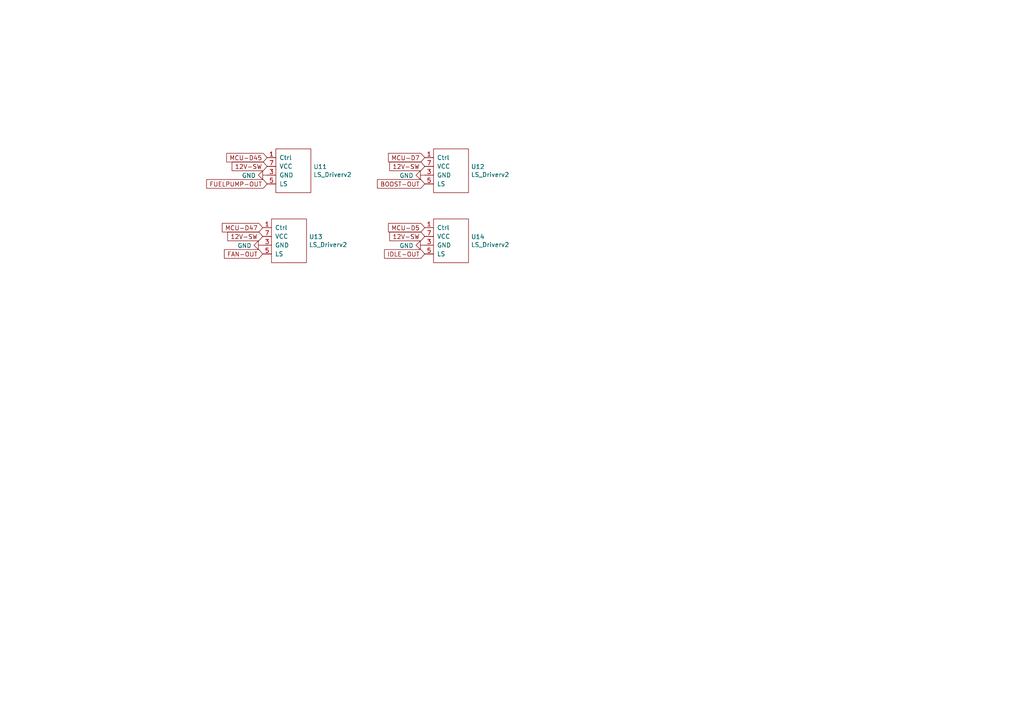
<source format=kicad_sch>
(kicad_sch (version 20211123) (generator eeschema)
  (paper "A4")
  (lib_symbols
    (symbol "J-Eagan:LS_Driverv2" (pin_names (offset 1.016))
      (property "Reference" "U" (at 3.81 -6.35 0))
      (property "Value" "LS_Driverv2" (at 3.81 -6.35 0))
      (symbol "LS_Driverv2_0_1"
        (rectangle (start -5.08 7.62) (end 5.08 -5.08))
      )
      (symbol "LS_Driverv2_1_1"
        (pin input line (at -7.62 5.08 0) (length 2.54) (name "Ctrl") (number "1"))
        (pin power_in line (at -7.62 0 0) (length 2.54) (name "GND") (number "3"))
        (pin power_in line (at -7.62 0 0) (length 2.54) hide (name "GND") (number "4"))
        (pin power_out line (at -7.62 -2.54 0) (length 2.54) (name "LS") (number "5"))
        (pin power_out line (at -7.62 -2.54 0) (length 2.54) hide (name "LS") (number "6"))
        (pin power_in line (at -7.62 2.54 0) (length 2.54) (name "VCC") (number "7"))
      )
    )
    (symbol "power:GND" (power) (pin_names (offset 0))
      (property "Value" "GND" (at 0 -3.81 0))
      (symbol "GND_0_1"
        (polyline (pts (xy 0 0) (xy 0 -1.27) (xy 1.27 -1.27) (xy 0 -2.54) (xy -1.27 -1.27) (xy 0 -1.27)))
      )
      (symbol "GND_1_1"
        (pin power_in line (at 0 0 270) (length 0) hide (name "GND") (number "1"))
      )
    )
  )
  (global_label "12V-SW" (shape input) (at 123.19 48.26 180) (property "Intersheet References" "${INTERSHEET_REFS}" (effects hide)))
  (global_label "12V-SW" (shape input) (at 123.19 68.58 180) (property "Intersheet References" "${INTERSHEET_REFS}" (effects hide)))
  (global_label "FUELPUMP-OUT" (shape input) (at 77.47 53.34 180) (property "Intersheet References" "${INTERSHEET_REFS}" (effects hide)))
  (global_label "IDLE-OUT" (shape input) (at 123.19 73.66 180) (property "Intersheet References" "${INTERSHEET_REFS}" (effects hide)))
  (global_label "MCU-D5" (shape input) (at 123.19 66.04 180) (property "Intersheet References" "${INTERSHEET_REFS}" (effects hide)))
  (global_label "FAN-OUT" (shape input) (at 76.2 73.66 180) (property "Intersheet References" "${INTERSHEET_REFS}" (effects hide)))
  (global_label "BOOST-OUT" (shape input) (at 123.19 53.34 180) (property "Intersheet References" "${INTERSHEET_REFS}" (effects hide)))
  (global_label "MCU-D47" (shape input) (at 76.2 66.04 180) (property "Intersheet References" "${INTERSHEET_REFS}" (effects hide)))
  (global_label "MCU-D7" (shape input) (at 123.19 45.72 180) (property "Intersheet References" "${INTERSHEET_REFS}" (effects hide)))
  (global_label "12V-SW" (shape input) (at 76.2 68.58 180) (property "Intersheet References" "${INTERSHEET_REFS}" (effects hide)))
  (global_label "12V-SW" (shape input) (at 77.47 48.26 180) (property "Intersheet References" "${INTERSHEET_REFS}" (effects hide)))
  (global_label "MCU-D45" (shape input) (at 77.47 45.72 180) (property "Intersheet References" "${INTERSHEET_REFS}" (effects hide)))
  (symbol (lib_id "power:GND") (at 123.19 71.12 270) (unit 1)
    (property "Reference" "#PWR046" (effects hide))
    (property "Value" "GND" (at 119.9388 71.247 90) (effects (justify right)))
  )
  (symbol (lib_id "power:GND") (at 76.2 71.12 270) (unit 1)
    (property "Reference" "#PWR045" (effects hide))
    (property "Value" "GND" (at 72.9488 71.247 90) (effects (justify right)))
  )
  (symbol (lib_id "J-Eagan:LS_Driverv2") (at 85.09 50.8 0) (unit 1)
    (property "Reference" "U11" (at 90.8812 48.3616 0) (effects (justify left)))
    (property "Value" "LS_Driverv2" (at 90.8812 50.673 0) (effects (justify left)))
    (property "Footprint" "Package_DIP:DIP-8_W7.62mm_Socket_LongPads" (effects hide))
  )
  (symbol (lib_id "J-Eagan:LS_Driverv2") (at 130.81 71.12 0) (unit 1)
    (property "Reference" "U14" (at 136.6012 68.6816 0) (effects (justify left)))
    (property "Value" "LS_Driverv2" (at 136.6012 70.993 0) (effects (justify left)))
    (property "Footprint" "Package_DIP:DIP-8_W7.62mm_Socket_LongPads" (effects hide))
  )
  (symbol (lib_id "power:GND") (at 77.47 50.8 270) (unit 1)
    (property "Reference" "#PWR043" (effects hide))
    (property "Value" "GND" (at 74.2188 50.927 90) (effects (justify right)))
  )
  (symbol (lib_id "J-Eagan:LS_Driverv2") (at 83.82 71.12 0) (unit 1)
    (property "Reference" "U13" (at 89.6112 68.6816 0) (effects (justify left)))
    (property "Value" "LS_Driverv2" (at 89.6112 70.993 0) (effects (justify left)))
    (property "Footprint" "Package_DIP:DIP-8_W7.62mm_Socket_LongPads" (effects hide))
  )
  (symbol (lib_id "J-Eagan:LS_Driverv2") (at 130.81 50.8 0) (unit 1)
    (property "Reference" "U12" (at 136.6012 48.3616 0) (effects (justify left)))
    (property "Value" "LS_Driverv2" (at 136.6012 50.673 0) (effects (justify left)))
    (property "Footprint" "Package_DIP:DIP-8_W7.62mm_Socket_LongPads" (effects hide))
  )
  (symbol (lib_id "power:GND") (at 123.19 50.8 270) (unit 1)
    (property "Reference" "#PWR044" (effects hide))
    (property "Value" "GND" (at 119.9388 50.927 90) (effects (justify right)))
  )
)
</source>
